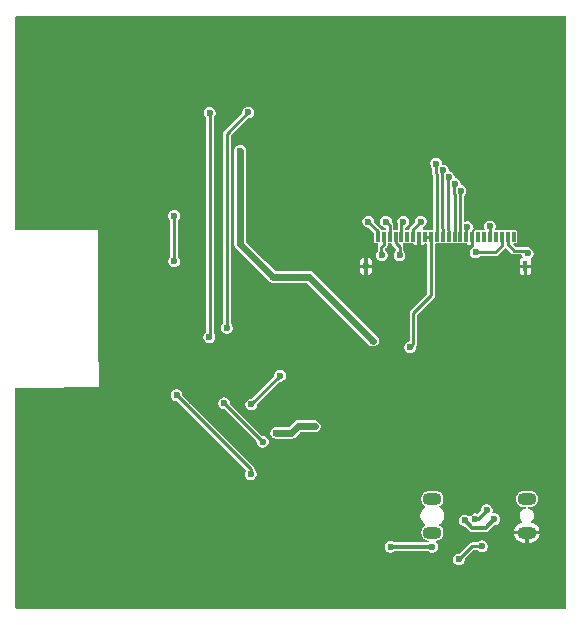
<source format=gbl>
%TF.GenerationSoftware,KiCad,Pcbnew,9.0.6*%
%TF.CreationDate,2025-12-09T15:41:04+01:00*%
%TF.ProjectId,CO2Monitor,434f324d-6f6e-4697-946f-722e6b696361,rev?*%
%TF.SameCoordinates,PX83b1de0PY8351ad0*%
%TF.FileFunction,Copper,L2,Bot*%
%TF.FilePolarity,Positive*%
%FSLAX46Y46*%
G04 Gerber Fmt 4.6, Leading zero omitted, Abs format (unit mm)*
G04 Created by KiCad (PCBNEW 9.0.6) date 2025-12-09 15:41:04*
%MOMM*%
%LPD*%
G01*
G04 APERTURE LIST*
%TA.AperFunction,ComponentPad*%
%ADD10C,5.500000*%
%TD*%
%TA.AperFunction,ComponentPad*%
%ADD11O,1.600000X1.100000*%
%TD*%
%TA.AperFunction,SMDPad,CuDef*%
%ADD12R,0.355600X0.838200*%
%TD*%
%TA.AperFunction,SMDPad,CuDef*%
%ADD13R,0.406400X0.838200*%
%TD*%
%TA.AperFunction,ViaPad*%
%ADD14C,0.600000*%
%TD*%
%TA.AperFunction,Conductor*%
%ADD15C,0.350000*%
%TD*%
%TA.AperFunction,Conductor*%
%ADD16C,0.200000*%
%TD*%
%TA.AperFunction,Conductor*%
%ADD17C,0.600000*%
%TD*%
%TA.AperFunction,Conductor*%
%ADD18C,0.250000*%
%TD*%
G04 APERTURE END LIST*
D10*
%TO.P,H1,1,1*%
%TO.N,GND*%
X4975000Y4975000D03*
%TD*%
%TO.P,H3,1,1*%
%TO.N,GND*%
X42688000Y46185000D03*
%TD*%
%TO.P,H2,1,1*%
%TO.N,GND*%
X4975000Y46185000D03*
%TD*%
D11*
%TO.P,J2,S4*%
%TO.N,N/C*%
X35808001Y9805499D03*
%TO.P,J2,S3*%
X43808001Y9805499D03*
%TO.P,J2,S2*%
X35808001Y6945499D03*
%TO.P,J2,S1,SHIELD*%
%TO.N,GND*%
X43808001Y6945499D03*
%TD*%
D12*
%TO.P,J1,1,1*%
%TO.N,unconnected-(J1-Pad1)*%
X42690502Y31983000D03*
%TO.P,J1,2,2*%
%TO.N,Net-(Q1-G)*%
X42190501Y31983000D03*
%TO.P,J1,3,3*%
%TO.N,Net-(Q1-S)*%
X41690502Y31983000D03*
%TO.P,J1,4,4*%
%TO.N,unconnected-(J1-Pad4)*%
X41190500Y31983000D03*
%TO.P,J1,5,5*%
%TO.N,Net-(C1-Pad2)*%
X40690501Y31983000D03*
%TO.P,J1,6,6*%
%TO.N,unconnected-(J1-Pad6)*%
X40190502Y31983000D03*
%TO.P,J1,7,7*%
%TO.N,unconnected-(J1-Pad7)*%
X39690501Y31983000D03*
%TO.P,J1,8,8*%
%TO.N,GND*%
X39190502Y31983000D03*
%TO.P,J1,9,9*%
%TO.N,Net-(U4-GPIO14)*%
X38690500Y31983000D03*
%TO.P,J1,10,10*%
%TO.N,Net-(U4-GPIO19)*%
X38190501Y31983000D03*
%TO.P,J1,11,11*%
%TO.N,Net-(U4-GPIO20)*%
X37690502Y31983000D03*
%TO.P,J1,12,12*%
%TO.N,Net-(U4-GPIO21)*%
X37190501Y31983000D03*
%TO.P,J1,13,13*%
%TO.N,Net-(U4-GPIO22)*%
X36690501Y31983000D03*
%TO.P,J1,14,14*%
%TO.N,Net-(U4-GPIO23)*%
X36190500Y31983000D03*
%TO.P,J1,15,15*%
%TO.N,Net-(Q2-D)*%
X35690501Y31983000D03*
%TO.P,J1,16,16*%
X35190502Y31983000D03*
%TO.P,J1,17,17*%
%TO.N,GND*%
X34690500Y31983000D03*
%TO.P,J1,18,18*%
%TO.N,Net-(C2-Pad2)*%
X34190501Y31983000D03*
%TO.P,J1,19,19*%
%TO.N,unconnected-(J1-Pad19)*%
X33690500Y31983000D03*
%TO.P,J1,20,20*%
%TO.N,Net-(C3-Pad2)*%
X33190501Y31983000D03*
%TO.P,J1,21,21*%
%TO.N,Net-(D1-K)*%
X32690502Y31983000D03*
%TO.P,J1,22,22*%
%TO.N,Net-(C5-Pad2)*%
X32190500Y31983000D03*
%TO.P,J1,23,23*%
%TO.N,Net-(D2-A)*%
X31690501Y31983000D03*
%TO.P,J1,24,24*%
%TO.N,Net-(C4-Pad2)*%
X31190502Y31983000D03*
D13*
%TO.P,J1,25,SHIELD*%
%TO.N,GND*%
X43690500Y29483000D03*
%TO.P,J1,26,SHIELD*%
X30190502Y29483000D03*
%TD*%
D14*
%TO.N,GND*%
X801000Y10704000D03*
X801000Y40440000D03*
X46863000Y50360000D03*
X46861000Y40441750D03*
X46861000Y30529750D03*
X46861000Y20617750D03*
X46861000Y10705750D03*
X46846000Y808000D03*
X12312750Y802000D03*
X23829000Y800000D03*
X35351000Y800000D03*
X800000Y800000D03*
X35347250Y50360000D03*
X12315750Y50360000D03*
X23831500Y50360000D03*
X800000Y50360000D03*
X39628000Y33108000D03*
X33938000Y18498000D03*
X18598000Y46708000D03*
X13698000Y38798000D03*
X40678000Y35358000D03*
X44988000Y31618000D03*
X39468000Y26448000D03*
X29048000Y34818000D03*
X22548000Y32848000D03*
X19318000Y19948000D03*
X10718000Y16448000D03*
X17598000Y10448000D03*
X23788000Y9818000D03*
X28478000Y8968000D03*
X22718000Y2348000D03*
X35448000Y11388000D03*
X44108000Y11728000D03*
X41088000Y3528000D03*
X42808000Y15878000D03*
X11088000Y27873000D03*
X13063000Y27873000D03*
X15038000Y27873000D03*
X15038000Y25898000D03*
X13063000Y25898000D03*
X11088000Y25898000D03*
X11088000Y23923000D03*
X13063000Y23923000D03*
X15038000Y23923000D03*
%TO.N,VBUS*%
X38558001Y7968000D03*
X41058001Y8078000D03*
%TO.N,+3.3V*%
X19538000Y39288000D03*
%TO.N,Net-(J3-Pin_3)*%
X18418000Y24278000D03*
X20218000Y42508000D03*
%TO.N,Net-(J3-Pin_4)*%
X16958000Y42473000D03*
X16928000Y23498000D03*
%TO.N,/EN*%
X20428000Y11898000D03*
X14148000Y18578000D03*
%TO.N,/GPIO 9*%
X13948000Y33763000D03*
X13948000Y29898000D03*
%TO.N,/GPIO5*%
X21438000Y14628000D03*
X18183000Y17883000D03*
%TO.N,+3.3V*%
X30783000Y23198000D03*
X22278000Y28608000D03*
%TO.N,Net-(U4-GPIO23)*%
X36122338Y38178000D03*
%TO.N,Net-(U4-GPIO22)*%
X36699062Y37603000D03*
%TO.N,Net-(U4-GPIO21)*%
X37189519Y37028000D03*
%TO.N,Net-(U4-GPIO20)*%
X37695284Y36453000D03*
%TO.N,Net-(U4-GPIO19)*%
X38198000Y35878000D03*
%TO.N,Net-(U4-GPIO14)*%
X38765501Y32778121D03*
%TO.N,VBUS*%
X32268000Y5728000D03*
X35798000Y5738000D03*
%TO.N,Net-(Q2-G)*%
X22918000Y20218000D03*
X20488000Y17788000D03*
%TO.N,+3.3V*%
X25843000Y15933000D03*
X22598000Y15378000D03*
%TO.N,Net-(Q2-D)*%
X33933000Y22635500D03*
%TO.N,Net-(D2-A)*%
X31533000Y30410500D03*
%TO.N,Net-(C4-Pad2)*%
X30383000Y33260500D03*
%TO.N,Net-(C5-Pad2)*%
X31883000Y33260500D03*
%TO.N,Net-(C3-Pad2)*%
X33353000Y33260500D03*
%TO.N,Net-(C2-Pad2)*%
X34833000Y33260500D03*
%TO.N,Net-(D1-K)*%
X33033000Y30410500D03*
%TO.N,Net-(C1-Pad2)*%
X40683000Y32860500D03*
%TO.N,Net-(Q1-S)*%
X39483000Y30673000D03*
%TO.N,Net-(Q1-G)*%
X43883000Y30578000D03*
%TO.N,Net-(J2-D+-PadA6)*%
X38058001Y4662999D03*
X40010280Y5775499D03*
%TO.N,Net-(J2-D--PadA7)*%
X39451414Y8068912D03*
X40408001Y8838998D03*
%TO.N,GND*%
X30190502Y29483000D03*
%TD*%
D15*
%TO.N,GND*%
X34690500Y31983000D02*
X34690500Y30740500D01*
D16*
X39261701Y32054199D02*
X39190502Y31983000D01*
X39261701Y32505803D02*
X39261701Y32054199D01*
X39608000Y33088000D02*
X39608000Y32852102D01*
X39628000Y33108000D02*
X39608000Y33088000D01*
X39608000Y32852102D02*
X39261701Y32505803D01*
D15*
%TO.N,VBUS*%
X40318001Y7338000D02*
X39188001Y7338000D01*
X39188001Y7338000D02*
X38558001Y7968000D01*
X41058001Y8078000D02*
X40318001Y7338000D01*
D17*
%TO.N,+3.3V*%
X19538000Y31348000D02*
X22278000Y28608000D01*
X19538000Y39288000D02*
X19538000Y31348000D01*
D18*
%TO.N,Net-(J3-Pin_3)*%
X18418000Y24278000D02*
X18418000Y40708000D01*
X18418000Y40708000D02*
X20218000Y42508000D01*
%TO.N,Net-(J3-Pin_4)*%
X16958000Y23528000D02*
X16958000Y42473000D01*
X16928000Y23498000D02*
X16958000Y23528000D01*
%TO.N,/EN*%
X20428000Y12298000D02*
X20428000Y11898000D01*
X14148000Y18578000D02*
X20428000Y12298000D01*
%TO.N,/GPIO5*%
X18183000Y17883000D02*
X21438000Y14628000D01*
%TO.N,/GPIO 9*%
X13948000Y29898000D02*
X13948000Y33763000D01*
D17*
%TO.N,+3.3V*%
X22278000Y28608000D02*
X25373000Y28608000D01*
X25373000Y28608000D02*
X30783000Y23198000D01*
D18*
%TO.N,Net-(U4-GPIO19)*%
X38190501Y35870501D02*
X38190501Y31983000D01*
X38198000Y35878000D02*
X38190501Y35870501D01*
%TO.N,Net-(U4-GPIO23)*%
X36122338Y37365136D02*
X36122338Y38178000D01*
X36190500Y37296974D02*
X36122338Y37365136D01*
X36190500Y31983000D02*
X36190500Y37296974D01*
%TO.N,Net-(U4-GPIO22)*%
X36613519Y32729082D02*
X36690501Y32652100D01*
X36613519Y37517457D02*
X36613519Y32729082D01*
X36690501Y32652100D02*
X36690501Y31983000D01*
X36699062Y37603000D02*
X36613519Y37517457D01*
%TO.N,Net-(U4-GPIO14)*%
X38690500Y32703120D02*
X38765501Y32778121D01*
X38690500Y31983000D02*
X38690500Y32703120D01*
%TO.N,Net-(Q1-G)*%
X42190501Y31334101D02*
X42190501Y31983000D01*
X42714102Y30810500D02*
X42190501Y31334101D01*
X43883000Y30578000D02*
X43650500Y30810500D01*
X43650500Y30810500D02*
X42714102Y30810500D01*
D15*
%TO.N,VBUS*%
X35798000Y5738000D02*
X32278000Y5738000D01*
X32278000Y5738000D02*
X32268000Y5728000D01*
D18*
%TO.N,Net-(Q2-G)*%
X22918000Y20218000D02*
X20488000Y17788000D01*
D17*
%TO.N,+3.3V*%
X23838000Y15378000D02*
X24393000Y15933000D01*
X24393000Y15933000D02*
X25843000Y15933000D01*
X22598000Y15378000D02*
X23838000Y15378000D01*
D18*
%TO.N,Net-(Q1-S)*%
X41690502Y31220502D02*
X41690502Y31983000D01*
X41143000Y30673000D02*
X41690502Y31220502D01*
X39483000Y30673000D02*
X41143000Y30673000D01*
%TO.N,Net-(Q2-D)*%
X35690501Y27018001D02*
X35690501Y31983000D01*
X34210500Y25538000D02*
X35690501Y27018001D01*
X34210500Y22913000D02*
X34210500Y25538000D01*
X33933000Y22635500D02*
X34210500Y22913000D01*
%TO.N,Net-(D1-K)*%
X32690502Y31452998D02*
X32690502Y31983000D01*
X33033000Y30410500D02*
X33033000Y31110500D01*
X33033000Y31110500D02*
X32690502Y31452998D01*
%TO.N,Net-(D2-A)*%
X31690501Y31313900D02*
X31690501Y31983000D01*
X31490499Y31113898D02*
X31690501Y31313900D01*
X31533000Y30410500D02*
X31490499Y30453001D01*
X31490499Y30453001D02*
X31490499Y31113898D01*
%TO.N,Net-(Q2-D)*%
X35190502Y31983000D02*
X35690501Y31983000D01*
%TO.N,Net-(C4-Pad2)*%
X31190502Y32452998D02*
X30383000Y33260500D01*
X31190502Y31983000D02*
X31190502Y32452998D01*
%TO.N,Net-(C5-Pad2)*%
X32190500Y32953000D02*
X31883000Y33260500D01*
X32190500Y31983000D02*
X32190500Y32953000D01*
%TO.N,Net-(C3-Pad2)*%
X33190501Y33098001D02*
X33353000Y33260500D01*
X33190501Y31983000D02*
X33190501Y33098001D01*
%TO.N,Net-(C2-Pad2)*%
X34190501Y32618001D02*
X34833000Y33260500D01*
X34190501Y31983000D02*
X34190501Y32618001D01*
%TO.N,Net-(C1-Pad2)*%
X40690501Y31983000D02*
X40690501Y32852999D01*
X40690501Y32852999D02*
X40683000Y32860500D01*
%TO.N,Net-(J2-D+-PadA6)*%
X39170501Y5775499D02*
X38058001Y4662999D01*
X40010280Y5775499D02*
X39170501Y5775499D01*
%TO.N,Net-(J2-D--PadA7)*%
X39637915Y8068912D02*
X40408001Y8838998D01*
X39451414Y8068912D02*
X39637915Y8068912D01*
%TO.N,Net-(U4-GPIO20)*%
X37622000Y35639412D02*
X37690502Y35570910D01*
X37690502Y35570910D02*
X37690502Y31983000D01*
X37622000Y36379716D02*
X37622000Y35639412D01*
X37695284Y36453000D02*
X37622000Y36379716D01*
%TO.N,Net-(U4-GPIO21)*%
X37190501Y32494201D02*
X37190501Y31983000D01*
X37119284Y32565418D02*
X37190501Y32494201D01*
X37119284Y36957765D02*
X37119284Y32565418D01*
X37189519Y37028000D02*
X37119284Y36957765D01*
%TD*%
%TA.AperFunction,Conductor*%
%TO.N,GND*%
G36*
X47140826Y50637826D02*
G01*
X47162500Y50585500D01*
X47162500Y574500D01*
X47140826Y522174D01*
X47088500Y500500D01*
X574500Y500500D01*
X522174Y522174D01*
X500500Y574500D01*
X500500Y4728894D01*
X37557501Y4728894D01*
X37557501Y4597105D01*
X37591607Y4469818D01*
X37591608Y4469815D01*
X37591609Y4469813D01*
X37657501Y4355685D01*
X37750687Y4262499D01*
X37864815Y4196607D01*
X37992106Y4162500D01*
X37992107Y4162499D01*
X37992109Y4162499D01*
X38123895Y4162499D01*
X38123895Y4162500D01*
X38251187Y4196607D01*
X38365315Y4262499D01*
X38458501Y4355685D01*
X38524393Y4469813D01*
X38558500Y4597105D01*
X38558501Y4597105D01*
X38558501Y4672521D01*
X38580175Y4724847D01*
X39283653Y5428325D01*
X39335979Y5449999D01*
X39597314Y5449999D01*
X39649640Y5428325D01*
X39702966Y5374999D01*
X39817094Y5309107D01*
X39944385Y5275000D01*
X39944386Y5274999D01*
X39944388Y5274999D01*
X40076174Y5274999D01*
X40076174Y5275000D01*
X40203466Y5309107D01*
X40317594Y5374999D01*
X40410780Y5468185D01*
X40476672Y5582313D01*
X40510779Y5709605D01*
X40510780Y5709605D01*
X40510780Y5841393D01*
X40510779Y5841394D01*
X40476673Y5968681D01*
X40476672Y5968685D01*
X40410780Y6082813D01*
X40317594Y6175999D01*
X40285740Y6194390D01*
X40203470Y6241889D01*
X40203461Y6241893D01*
X40076174Y6275999D01*
X40076172Y6275999D01*
X39944388Y6275999D01*
X39944386Y6275999D01*
X39817098Y6241893D01*
X39817089Y6241889D01*
X39702965Y6175999D01*
X39649640Y6122673D01*
X39597314Y6100999D01*
X39217900Y6100999D01*
X39217884Y6101000D01*
X39213354Y6101000D01*
X39127648Y6101000D01*
X39127647Y6101000D01*
X39093712Y6091907D01*
X39059776Y6082813D01*
X39051164Y6080506D01*
X39044861Y6078817D01*
X38970638Y6035964D01*
X38119848Y5185173D01*
X38067522Y5163499D01*
X37992107Y5163499D01*
X37864819Y5129393D01*
X37864810Y5129389D01*
X37750686Y5063499D01*
X37657501Y4970314D01*
X37591611Y4856190D01*
X37591607Y4856181D01*
X37557501Y4728894D01*
X500500Y4728894D01*
X500500Y5793895D01*
X31767500Y5793895D01*
X31767500Y5662106D01*
X31801606Y5534819D01*
X31801607Y5534816D01*
X31801608Y5534814D01*
X31867500Y5420686D01*
X31960686Y5327500D01*
X32074814Y5261608D01*
X32202105Y5227501D01*
X32202106Y5227500D01*
X32202108Y5227500D01*
X32333894Y5227500D01*
X32333894Y5227501D01*
X32461186Y5261608D01*
X32575314Y5327500D01*
X32588640Y5340826D01*
X32640966Y5362500D01*
X35435034Y5362500D01*
X35487360Y5340826D01*
X35490686Y5337500D01*
X35604814Y5271608D01*
X35732105Y5237501D01*
X35732106Y5237500D01*
X35732108Y5237500D01*
X35863894Y5237500D01*
X35863894Y5237501D01*
X35991186Y5271608D01*
X36105314Y5337500D01*
X36198500Y5430686D01*
X36264392Y5544814D01*
X36298499Y5672106D01*
X36298500Y5672106D01*
X36298500Y5803894D01*
X36298499Y5803895D01*
X36267072Y5921182D01*
X36264392Y5931186D01*
X36198500Y6045314D01*
X36109471Y6134343D01*
X36087797Y6186669D01*
X36109471Y6238995D01*
X36147358Y6259246D01*
X36259412Y6281535D01*
X36385075Y6333586D01*
X36498169Y6409153D01*
X36594347Y6505331D01*
X36669914Y6618425D01*
X36721965Y6744088D01*
X36728218Y6775525D01*
X36739020Y6829826D01*
X36739020Y6829827D01*
X36748501Y6877492D01*
X36748501Y7013506D01*
X36721966Y7146905D01*
X36721965Y7146906D01*
X36721965Y7146910D01*
X36702696Y7193430D01*
X36669916Y7272569D01*
X36669915Y7272571D01*
X36669914Y7272573D01*
X36594347Y7385667D01*
X36498169Y7481845D01*
X36489939Y7487344D01*
X36421374Y7533158D01*
X36389908Y7580251D01*
X36400957Y7635799D01*
X36421373Y7656215D01*
X36503350Y7710989D01*
X36622511Y7830150D01*
X36716134Y7970268D01*
X36742490Y8033895D01*
X38057501Y8033895D01*
X38057501Y7902106D01*
X38091607Y7774819D01*
X38091611Y7774810D01*
X38099239Y7761598D01*
X38157501Y7660686D01*
X38250687Y7567500D01*
X38364815Y7501608D01*
X38492106Y7467501D01*
X38492107Y7467500D01*
X38492109Y7467500D01*
X38496812Y7467500D01*
X38549138Y7445826D01*
X38957439Y7037525D01*
X39043064Y6988089D01*
X39138565Y6962500D01*
X39138566Y6962500D01*
X39138567Y6962500D01*
X40367437Y6962500D01*
X40415187Y6975295D01*
X40462939Y6988090D01*
X40548563Y7037525D01*
X40606538Y7095500D01*
X42721185Y7095500D01*
X42721185Y7095499D01*
X43298193Y7095499D01*
X43278445Y7061295D01*
X43258001Y6984995D01*
X43258001Y6906003D01*
X43278445Y6829703D01*
X43298193Y6795499D01*
X42721185Y6795499D01*
X42740664Y6697569D01*
X42740666Y6697563D01*
X42804741Y6542873D01*
X42897762Y6403656D01*
X43016157Y6285261D01*
X43155374Y6192240D01*
X43310064Y6128165D01*
X43310070Y6128163D01*
X43474285Y6095499D01*
X43658001Y6095499D01*
X43658001Y6645499D01*
X43958001Y6645499D01*
X43958001Y6095499D01*
X44141717Y6095499D01*
X44305931Y6128163D01*
X44305937Y6128165D01*
X44460627Y6192240D01*
X44599844Y6285261D01*
X44599846Y6285262D01*
X44718238Y6403654D01*
X44718239Y6403656D01*
X44811260Y6542873D01*
X44875335Y6697563D01*
X44875337Y6697569D01*
X44894816Y6795499D01*
X44317809Y6795499D01*
X44337557Y6829703D01*
X44358001Y6906003D01*
X44358001Y6984995D01*
X44337557Y7061295D01*
X44317809Y7095499D01*
X44894817Y7095499D01*
X44894816Y7095500D01*
X44875337Y7193430D01*
X44875335Y7193436D01*
X44811260Y7348126D01*
X44718239Y7487343D01*
X44599844Y7605738D01*
X44460627Y7698759D01*
X44305937Y7762834D01*
X44305930Y7762836D01*
X44229617Y7778015D01*
X44182524Y7809481D01*
X44171475Y7865029D01*
X44191725Y7902917D01*
X44292522Y8003713D01*
X44372237Y8141785D01*
X44372803Y8143895D01*
X44406910Y8271186D01*
X44413500Y8295781D01*
X44413501Y8295781D01*
X44413501Y8455217D01*
X44413500Y8455218D01*
X44372238Y8609211D01*
X44363230Y8624813D01*
X44292522Y8747285D01*
X44179787Y8860020D01*
X44074434Y8920845D01*
X44041712Y8939737D01*
X43930555Y8969521D01*
X43885622Y9003999D01*
X43878230Y9060152D01*
X43912708Y9105085D01*
X43949708Y9114999D01*
X44126007Y9114999D01*
X44126009Y9114999D01*
X44259412Y9141535D01*
X44385075Y9193586D01*
X44498169Y9269153D01*
X44594347Y9365331D01*
X44669914Y9478425D01*
X44721965Y9604088D01*
X44748501Y9737491D01*
X44748501Y9873507D01*
X44721965Y10006910D01*
X44669914Y10132573D01*
X44594347Y10245667D01*
X44498169Y10341845D01*
X44385075Y10417412D01*
X44385071Y10417414D01*
X44385069Y10417415D01*
X44385070Y10417415D01*
X44259416Y10469462D01*
X44259406Y10469465D01*
X44170073Y10487234D01*
X44126009Y10495999D01*
X43489993Y10495999D01*
X43452175Y10488477D01*
X43356595Y10469465D01*
X43356585Y10469462D01*
X43230931Y10417415D01*
X43117833Y10341846D01*
X43117832Y10341844D01*
X43021656Y10245668D01*
X43021654Y10245667D01*
X42946085Y10132569D01*
X42894038Y10006915D01*
X42894035Y10006905D01*
X42867501Y9873506D01*
X42867501Y9737493D01*
X42894035Y9604094D01*
X42894038Y9604084D01*
X42946085Y9478430D01*
X42946087Y9478427D01*
X42946088Y9478425D01*
X43021655Y9365331D01*
X43117833Y9269153D01*
X43230927Y9193586D01*
X43230932Y9193584D01*
X43230931Y9193584D01*
X43345055Y9146313D01*
X43356590Y9141535D01*
X43489993Y9114999D01*
X43489995Y9114999D01*
X43666294Y9114999D01*
X43718620Y9093325D01*
X43740294Y9040999D01*
X43718620Y8988673D01*
X43685447Y8969521D01*
X43574289Y8939737D01*
X43436214Y8860020D01*
X43323480Y8747286D01*
X43243763Y8609211D01*
X43202501Y8455218D01*
X43202501Y8295781D01*
X43243763Y8141788D01*
X43323480Y8003713D01*
X43424274Y7902919D01*
X43445948Y7850593D01*
X43424274Y7798267D01*
X43386385Y7778015D01*
X43310070Y7762836D01*
X43310064Y7762834D01*
X43155374Y7698759D01*
X43016157Y7605738D01*
X43016156Y7605736D01*
X42897764Y7487344D01*
X42897762Y7487343D01*
X42804741Y7348126D01*
X42740666Y7193436D01*
X42740664Y7193430D01*
X42721185Y7095500D01*
X40606538Y7095500D01*
X40618476Y7107438D01*
X41066864Y7555826D01*
X41119190Y7577500D01*
X41123895Y7577500D01*
X41123895Y7577501D01*
X41251187Y7611608D01*
X41365315Y7677500D01*
X41458501Y7770686D01*
X41524393Y7884814D01*
X41558500Y8012106D01*
X41558501Y8012106D01*
X41558501Y8143894D01*
X41558500Y8143895D01*
X41524394Y8271182D01*
X41524393Y8271186D01*
X41458501Y8385314D01*
X41365315Y8478500D01*
X41273198Y8531684D01*
X41251191Y8544390D01*
X41251182Y8544394D01*
X41123895Y8578500D01*
X41123893Y8578500D01*
X40992109Y8578500D01*
X40992108Y8578500D01*
X40969658Y8572485D01*
X40913506Y8579879D01*
X40879028Y8624813D01*
X40879028Y8663114D01*
X40908500Y8773104D01*
X40908501Y8773104D01*
X40908501Y8904892D01*
X40908500Y8904893D01*
X40874394Y9032180D01*
X40874393Y9032184D01*
X40808501Y9146312D01*
X40715315Y9239498D01*
X40663951Y9269153D01*
X40601191Y9305388D01*
X40601182Y9305392D01*
X40473895Y9339498D01*
X40473893Y9339498D01*
X40342109Y9339498D01*
X40342107Y9339498D01*
X40214819Y9305392D01*
X40214810Y9305388D01*
X40100686Y9239498D01*
X40007501Y9146313D01*
X39941611Y9032189D01*
X39941607Y9032180D01*
X39907501Y8904893D01*
X39907501Y8829478D01*
X39885827Y8777152D01*
X39674321Y8565647D01*
X39621995Y8543973D01*
X39602844Y8546494D01*
X39517306Y8569412D01*
X39385522Y8569412D01*
X39385520Y8569412D01*
X39258232Y8535306D01*
X39258223Y8535302D01*
X39144099Y8469412D01*
X39050913Y8376226D01*
X39028370Y8337181D01*
X38983436Y8302703D01*
X38927284Y8310097D01*
X38911959Y8321856D01*
X38865315Y8368500D01*
X38751191Y8434390D01*
X38751182Y8434394D01*
X38623895Y8468500D01*
X38623893Y8468500D01*
X38492109Y8468500D01*
X38492107Y8468500D01*
X38364819Y8434394D01*
X38364810Y8434390D01*
X38250686Y8368500D01*
X38157501Y8275315D01*
X38091611Y8161191D01*
X38091607Y8161182D01*
X38057501Y8033895D01*
X36742490Y8033895D01*
X36780624Y8125958D01*
X36813500Y8291238D01*
X36813500Y8309603D01*
X36813501Y8309605D01*
X36813501Y8375498D01*
X36813501Y8441390D01*
X36813499Y8441398D01*
X36813499Y8459757D01*
X36780623Y8625037D01*
X36716134Y8780728D01*
X36622511Y8920847D01*
X36503350Y9040008D01*
X36503341Y9040014D01*
X36421374Y9094783D01*
X36389908Y9141876D01*
X36400957Y9197424D01*
X36421371Y9217839D01*
X36498169Y9269153D01*
X36594347Y9365331D01*
X36669914Y9478425D01*
X36721965Y9604088D01*
X36748501Y9737491D01*
X36748501Y9873507D01*
X36721965Y10006910D01*
X36669914Y10132573D01*
X36594347Y10245667D01*
X36498169Y10341845D01*
X36385075Y10417412D01*
X36385071Y10417414D01*
X36385069Y10417415D01*
X36385070Y10417415D01*
X36259416Y10469462D01*
X36259406Y10469465D01*
X36170073Y10487234D01*
X36126009Y10495999D01*
X35489993Y10495999D01*
X35452175Y10488477D01*
X35356595Y10469465D01*
X35356585Y10469462D01*
X35230931Y10417415D01*
X35117833Y10341846D01*
X35117832Y10341844D01*
X35021656Y10245668D01*
X35021654Y10245667D01*
X34946085Y10132569D01*
X34894038Y10006915D01*
X34894035Y10006905D01*
X34867501Y9873506D01*
X34867501Y9737493D01*
X34894035Y9604094D01*
X34894038Y9604084D01*
X34946085Y9478430D01*
X34946087Y9478427D01*
X34946088Y9478425D01*
X35021655Y9365331D01*
X35117833Y9269153D01*
X35194628Y9217840D01*
X35226093Y9170750D01*
X35215044Y9115201D01*
X35194628Y9094785D01*
X35112657Y9040014D01*
X34993488Y8920845D01*
X34899866Y8780730D01*
X34835377Y8625039D01*
X34835375Y8625032D01*
X34802501Y8459757D01*
X34802501Y8406152D01*
X34802499Y8406146D01*
X34802499Y8291239D01*
X34835375Y8125963D01*
X34835378Y8125953D01*
X34899864Y7970269D01*
X34899865Y7970268D01*
X34899866Y7970266D01*
X34993491Y7830148D01*
X35112650Y7710990D01*
X35112652Y7710988D01*
X35194626Y7656215D01*
X35226092Y7609123D01*
X35215043Y7553574D01*
X35194627Y7533157D01*
X35117830Y7481843D01*
X35021656Y7385668D01*
X35021654Y7385667D01*
X34946085Y7272569D01*
X34894038Y7146915D01*
X34894035Y7146905D01*
X34867501Y7013506D01*
X34867501Y6877493D01*
X34894035Y6744094D01*
X34894038Y6744084D01*
X34946085Y6618430D01*
X34946087Y6618427D01*
X34946088Y6618425D01*
X35021655Y6505331D01*
X35117833Y6409153D01*
X35230927Y6333586D01*
X35230932Y6333584D01*
X35230931Y6333584D01*
X35356585Y6281537D01*
X35356590Y6281535D01*
X35356594Y6281535D01*
X35356595Y6281534D01*
X35451957Y6262565D01*
X35469899Y6250576D01*
X35489835Y6242323D01*
X35492739Y6235315D01*
X35499049Y6231099D01*
X35503258Y6209935D01*
X35511520Y6190002D01*
X35508617Y6182992D01*
X35510098Y6175550D01*
X35489856Y6137672D01*
X35487370Y6135185D01*
X35435049Y6113500D01*
X32619982Y6113500D01*
X32580074Y6127047D01*
X32579514Y6126075D01*
X32557993Y6138500D01*
X32545921Y6145471D01*
X32461190Y6194390D01*
X32461181Y6194394D01*
X32333894Y6228500D01*
X32333892Y6228500D01*
X32202108Y6228500D01*
X32202106Y6228500D01*
X32074818Y6194394D01*
X32074809Y6194390D01*
X31960685Y6128500D01*
X31867500Y6035315D01*
X31801610Y5921191D01*
X31801606Y5921182D01*
X31767500Y5793895D01*
X500500Y5793895D01*
X500500Y18643895D01*
X13647500Y18643895D01*
X13647500Y18512106D01*
X13681606Y18384819D01*
X13681610Y18384810D01*
X13737215Y18288500D01*
X13747500Y18270686D01*
X13840686Y18177500D01*
X13954814Y18111608D01*
X14082105Y18077501D01*
X14082106Y18077500D01*
X14082108Y18077500D01*
X14157521Y18077500D01*
X14209847Y18055826D01*
X19999376Y12266297D01*
X20021050Y12213971D01*
X20011136Y12176971D01*
X19961610Y12091191D01*
X19961606Y12091182D01*
X19927500Y11963895D01*
X19927500Y11832106D01*
X19961606Y11704819D01*
X19961607Y11704816D01*
X19961608Y11704814D01*
X20027500Y11590686D01*
X20120686Y11497500D01*
X20234814Y11431608D01*
X20362105Y11397501D01*
X20362106Y11397500D01*
X20362108Y11397500D01*
X20493894Y11397500D01*
X20493894Y11397501D01*
X20621186Y11431608D01*
X20735314Y11497500D01*
X20828500Y11590686D01*
X20894392Y11704814D01*
X20928499Y11832106D01*
X20928500Y11832106D01*
X20928500Y11963894D01*
X20928499Y11963895D01*
X20894393Y12091182D01*
X20894392Y12091186D01*
X20828500Y12205314D01*
X20775174Y12258640D01*
X20753500Y12310966D01*
X20753500Y12340853D01*
X20731318Y12423638D01*
X20731318Y12423639D01*
X20688467Y12497859D01*
X20688466Y12497860D01*
X20688465Y12497862D01*
X15237432Y17948895D01*
X17682500Y17948895D01*
X17682500Y17817106D01*
X17716606Y17689819D01*
X17716610Y17689810D01*
X17771456Y17594814D01*
X17782500Y17575686D01*
X17875686Y17482500D01*
X17989814Y17416608D01*
X18117105Y17382501D01*
X18117106Y17382500D01*
X18117108Y17382500D01*
X18192521Y17382500D01*
X18244847Y17360826D01*
X20915826Y14689847D01*
X20937500Y14637521D01*
X20937500Y14562106D01*
X20971606Y14434819D01*
X20971607Y14434816D01*
X20971608Y14434814D01*
X21037500Y14320686D01*
X21130686Y14227500D01*
X21244814Y14161608D01*
X21372105Y14127501D01*
X21372106Y14127500D01*
X21372108Y14127500D01*
X21503894Y14127500D01*
X21503894Y14127501D01*
X21631186Y14161608D01*
X21745314Y14227500D01*
X21838500Y14320686D01*
X21904392Y14434814D01*
X21938499Y14562106D01*
X21938500Y14562106D01*
X21938500Y14693894D01*
X21938499Y14693895D01*
X21904393Y14821182D01*
X21904392Y14821186D01*
X21838500Y14935314D01*
X21745314Y15028500D01*
X21672246Y15070686D01*
X21631190Y15094390D01*
X21631181Y15094394D01*
X21503894Y15128500D01*
X21503892Y15128500D01*
X21428479Y15128500D01*
X21376153Y15150174D01*
X21082432Y15443895D01*
X22097500Y15443895D01*
X22097500Y15312106D01*
X22131606Y15184819D01*
X22131607Y15184816D01*
X22131608Y15184814D01*
X22197500Y15070686D01*
X22290686Y14977500D01*
X22404814Y14911608D01*
X22532105Y14877501D01*
X22532106Y14877500D01*
X22532108Y14877500D01*
X23903894Y14877500D01*
X23903894Y14877501D01*
X24031186Y14911608D01*
X24145314Y14977500D01*
X24578640Y15410826D01*
X24630966Y15432500D01*
X25908894Y15432500D01*
X25908894Y15432501D01*
X26036186Y15466608D01*
X26150314Y15532500D01*
X26243500Y15625686D01*
X26309392Y15739814D01*
X26343499Y15867106D01*
X26343500Y15867106D01*
X26343500Y15998894D01*
X26343499Y15998895D01*
X26309393Y16126182D01*
X26309392Y16126186D01*
X26243500Y16240314D01*
X26150314Y16333500D01*
X26036190Y16399390D01*
X26036181Y16399394D01*
X25908894Y16433500D01*
X25908892Y16433500D01*
X24327108Y16433500D01*
X24327106Y16433500D01*
X24199818Y16399394D01*
X24199809Y16399390D01*
X24085685Y16333500D01*
X23652360Y15900174D01*
X23600034Y15878500D01*
X22532106Y15878500D01*
X22404818Y15844394D01*
X22404809Y15844390D01*
X22290685Y15778500D01*
X22197500Y15685315D01*
X22131610Y15571191D01*
X22131606Y15571182D01*
X22097500Y15443895D01*
X21082432Y15443895D01*
X18705174Y17821153D01*
X18691612Y17853895D01*
X19987500Y17853895D01*
X19987500Y17722106D01*
X20021606Y17594819D01*
X20021610Y17594810D01*
X20086452Y17482501D01*
X20087500Y17480686D01*
X20180686Y17387500D01*
X20294814Y17321608D01*
X20422105Y17287501D01*
X20422106Y17287500D01*
X20422108Y17287500D01*
X20553894Y17287500D01*
X20553894Y17287501D01*
X20681186Y17321608D01*
X20795314Y17387500D01*
X20888500Y17480686D01*
X20954392Y17594814D01*
X20988499Y17722106D01*
X20988500Y17722106D01*
X20988500Y17797521D01*
X21010174Y17849847D01*
X22856153Y19695826D01*
X22908479Y19717500D01*
X22983894Y19717500D01*
X22983894Y19717501D01*
X23111186Y19751608D01*
X23225314Y19817500D01*
X23318500Y19910686D01*
X23384392Y20024814D01*
X23418499Y20152106D01*
X23418500Y20152106D01*
X23418500Y20283894D01*
X23418499Y20283895D01*
X23384393Y20411182D01*
X23384392Y20411186D01*
X23318500Y20525314D01*
X23225314Y20618500D01*
X23111190Y20684390D01*
X23111181Y20684394D01*
X22983894Y20718500D01*
X22983892Y20718500D01*
X22852108Y20718500D01*
X22852106Y20718500D01*
X22724818Y20684394D01*
X22724809Y20684390D01*
X22610685Y20618500D01*
X22517500Y20525315D01*
X22451610Y20411191D01*
X22451606Y20411182D01*
X22417500Y20283895D01*
X22417500Y20208479D01*
X22395826Y20156153D01*
X20549847Y18310174D01*
X20497521Y18288500D01*
X20422106Y18288500D01*
X20294818Y18254394D01*
X20294809Y18254390D01*
X20180685Y18188500D01*
X20087500Y18095315D01*
X20021610Y17981191D01*
X20021606Y17981182D01*
X19987500Y17853895D01*
X18691612Y17853895D01*
X18683500Y17873479D01*
X18683500Y17948894D01*
X18683499Y17948895D01*
X18674845Y17981191D01*
X18649392Y18076186D01*
X18583500Y18190314D01*
X18490314Y18283500D01*
X18481654Y18288500D01*
X18376190Y18349390D01*
X18376181Y18349394D01*
X18248894Y18383500D01*
X18248892Y18383500D01*
X18117108Y18383500D01*
X18117106Y18383500D01*
X17989818Y18349394D01*
X17989809Y18349390D01*
X17875685Y18283500D01*
X17782500Y18190315D01*
X17716610Y18076191D01*
X17716606Y18076182D01*
X17682500Y17948895D01*
X15237432Y17948895D01*
X14670174Y18516153D01*
X14648500Y18568479D01*
X14648500Y18643894D01*
X14648499Y18643895D01*
X14614393Y18771182D01*
X14614392Y18771186D01*
X14548500Y18885314D01*
X14455314Y18978500D01*
X14341190Y19044390D01*
X14341181Y19044394D01*
X14213894Y19078500D01*
X14213892Y19078500D01*
X14082108Y19078500D01*
X14082106Y19078500D01*
X13954818Y19044394D01*
X13954809Y19044390D01*
X13840685Y18978500D01*
X13747500Y18885315D01*
X13681610Y18771191D01*
X13681606Y18771182D01*
X13647500Y18643895D01*
X500500Y18643895D01*
X500500Y19141029D01*
X522174Y19193355D01*
X574243Y19215029D01*
X949799Y19216322D01*
X1618089Y19218621D01*
X7542000Y19239000D01*
X7537127Y23563895D01*
X16427500Y23563895D01*
X16427500Y23432106D01*
X16461606Y23304819D01*
X16461607Y23304816D01*
X16461608Y23304814D01*
X16527500Y23190686D01*
X16620686Y23097500D01*
X16734814Y23031608D01*
X16862105Y22997501D01*
X16862106Y22997500D01*
X16862108Y22997500D01*
X16993894Y22997500D01*
X16993894Y22997501D01*
X17121186Y23031608D01*
X17235314Y23097500D01*
X17328500Y23190686D01*
X17394392Y23304814D01*
X17428499Y23432106D01*
X17428500Y23432106D01*
X17428500Y23563894D01*
X17428499Y23563895D01*
X17394393Y23691182D01*
X17394392Y23691186D01*
X17328500Y23805314D01*
X17305174Y23828640D01*
X17283500Y23880966D01*
X17283500Y24343895D01*
X17917500Y24343895D01*
X17917500Y24212106D01*
X17951606Y24084819D01*
X17951607Y24084816D01*
X17951608Y24084814D01*
X18017500Y23970686D01*
X18110686Y23877500D01*
X18224814Y23811608D01*
X18352105Y23777501D01*
X18352106Y23777500D01*
X18352108Y23777500D01*
X18483894Y23777500D01*
X18483894Y23777501D01*
X18611186Y23811608D01*
X18725314Y23877500D01*
X18818500Y23970686D01*
X18884392Y24084814D01*
X18918499Y24212106D01*
X18918500Y24212106D01*
X18918500Y24343894D01*
X18918499Y24343895D01*
X18884393Y24471182D01*
X18884392Y24471186D01*
X18818500Y24585314D01*
X18765174Y24638640D01*
X18743500Y24690966D01*
X18743500Y39353895D01*
X19037500Y39353895D01*
X19037500Y31282106D01*
X19071606Y31154819D01*
X19071610Y31154810D01*
X19095278Y31113816D01*
X19137500Y31040686D01*
X21970686Y28207500D01*
X22084814Y28141608D01*
X22084815Y28141608D01*
X22084817Y28141607D01*
X22148460Y28124554D01*
X22212104Y28107501D01*
X22212105Y28107500D01*
X22212107Y28107500D01*
X22212108Y28107500D01*
X22343892Y28107500D01*
X25135034Y28107500D01*
X25187360Y28085826D01*
X30382500Y22890686D01*
X30475686Y22797500D01*
X30538665Y22761139D01*
X30589814Y22731608D01*
X30589815Y22731608D01*
X30589817Y22731607D01*
X30653460Y22714554D01*
X30717104Y22697501D01*
X30717105Y22697500D01*
X30717107Y22697500D01*
X30848894Y22697500D01*
X30848894Y22697501D01*
X30976186Y22731608D01*
X31090314Y22797500D01*
X31183500Y22890686D01*
X31249392Y23004814D01*
X31283499Y23132106D01*
X31283500Y23132106D01*
X31283500Y23263894D01*
X31278120Y23283969D01*
X31266285Y23328138D01*
X31249392Y23391186D01*
X31242940Y23402361D01*
X31183500Y23505314D01*
X31090314Y23598500D01*
X25680314Y29008500D01*
X25661941Y29019108D01*
X29687303Y29019108D01*
X29690210Y28994032D01*
X29690212Y28994026D01*
X29735515Y28891422D01*
X29814823Y28812114D01*
X29917426Y28766811D01*
X29917425Y28766811D01*
X29942512Y28763901D01*
X30040502Y28763901D01*
X30340502Y28763901D01*
X30438494Y28763901D01*
X30463570Y28766809D01*
X30463576Y28766811D01*
X30566180Y28812114D01*
X30645488Y28891422D01*
X30690791Y28994025D01*
X30693702Y29019111D01*
X30693702Y29333000D01*
X30340502Y29333000D01*
X30340502Y28763901D01*
X30040502Y28763901D01*
X30040502Y29333000D01*
X29687303Y29333000D01*
X29687303Y29019108D01*
X25661941Y29019108D01*
X25566190Y29074390D01*
X25566181Y29074394D01*
X25438894Y29108500D01*
X25438892Y29108500D01*
X22515966Y29108500D01*
X22463640Y29130174D01*
X21646924Y29946890D01*
X29687302Y29946890D01*
X29687302Y29633000D01*
X30040502Y29633000D01*
X30340502Y29633000D01*
X30693701Y29633000D01*
X30693701Y29946893D01*
X30690793Y29971969D01*
X30690791Y29971975D01*
X30645488Y30074579D01*
X30566180Y30153887D01*
X30463577Y30199190D01*
X30463578Y30199190D01*
X30438491Y30202100D01*
X30340502Y30202100D01*
X30340502Y29633000D01*
X30040502Y29633000D01*
X30040502Y30202100D01*
X29942509Y30202100D01*
X29917433Y30199192D01*
X29917427Y30199190D01*
X29814823Y30153887D01*
X29735515Y30074579D01*
X29690212Y29971976D01*
X29687302Y29946890D01*
X21646924Y29946890D01*
X20060174Y31533640D01*
X20038500Y31585966D01*
X20038500Y33326395D01*
X29882500Y33326395D01*
X29882500Y33194606D01*
X29916606Y33067319D01*
X29916607Y33067316D01*
X29916608Y33067314D01*
X29982500Y32953186D01*
X30075686Y32860000D01*
X30189814Y32794108D01*
X30317105Y32760001D01*
X30317106Y32760000D01*
X30317108Y32760000D01*
X30392521Y32760000D01*
X30444847Y32738326D01*
X30843328Y32339845D01*
X30865002Y32287519D01*
X30865002Y31940147D01*
X30869681Y31922685D01*
X30872202Y31903533D01*
X30872202Y31550061D01*
X30880353Y31509079D01*
X30911406Y31462606D01*
X30911408Y31462604D01*
X30957879Y31431552D01*
X30957881Y31431551D01*
X30998861Y31423400D01*
X31165163Y31423401D01*
X31217488Y31401727D01*
X31239162Y31349401D01*
X31229248Y31312402D01*
X31187184Y31239546D01*
X31187179Y31239533D01*
X31169486Y31173499D01*
X31164999Y31156754D01*
X31164999Y30780965D01*
X31143325Y30728639D01*
X31132500Y30717815D01*
X31066610Y30603691D01*
X31066606Y30603682D01*
X31032500Y30476395D01*
X31032500Y30344606D01*
X31066606Y30217319D01*
X31066610Y30217310D01*
X31092481Y30172501D01*
X31132500Y30103186D01*
X31225686Y30010000D01*
X31339814Y29944108D01*
X31467105Y29910001D01*
X31467106Y29910000D01*
X31467108Y29910000D01*
X31598894Y29910000D01*
X31598894Y29910001D01*
X31726186Y29944108D01*
X31840314Y30010000D01*
X31933500Y30103186D01*
X31999392Y30217314D01*
X32033499Y30344606D01*
X32033500Y30344606D01*
X32033500Y30476394D01*
X32033499Y30476395D01*
X32031193Y30485000D01*
X31999392Y30603686D01*
X31933500Y30717814D01*
X31840314Y30811000D01*
X31837673Y30813641D01*
X31815999Y30865967D01*
X31815999Y30948420D01*
X31837673Y31000746D01*
X31890361Y31053434D01*
X31890363Y31053435D01*
X31950966Y31114038D01*
X31993819Y31188262D01*
X31999232Y31208463D01*
X32011202Y31253136D01*
X32016002Y31271047D01*
X32016002Y31349401D01*
X32037676Y31401727D01*
X32090002Y31423401D01*
X32304668Y31423401D01*
X32356994Y31401727D01*
X32376145Y31368556D01*
X32379690Y31355329D01*
X32387184Y31327359D01*
X32387186Y31327355D01*
X32430034Y31253140D01*
X32430035Y31253139D01*
X32430037Y31253136D01*
X32685826Y30997347D01*
X32707500Y30945022D01*
X32707500Y30823466D01*
X32685826Y30771140D01*
X32632500Y30717815D01*
X32566610Y30603691D01*
X32566606Y30603682D01*
X32532500Y30476395D01*
X32532500Y30344606D01*
X32566606Y30217319D01*
X32566610Y30217310D01*
X32592481Y30172501D01*
X32632500Y30103186D01*
X32725686Y30010000D01*
X32839814Y29944108D01*
X32967105Y29910001D01*
X32967106Y29910000D01*
X32967108Y29910000D01*
X33098894Y29910000D01*
X33098894Y29910001D01*
X33226186Y29944108D01*
X33340314Y30010000D01*
X33433500Y30103186D01*
X33499392Y30217314D01*
X33533499Y30344606D01*
X33533500Y30344606D01*
X33533500Y30476394D01*
X33533499Y30476395D01*
X33531193Y30485000D01*
X33499392Y30603686D01*
X33433500Y30717814D01*
X33380174Y30771140D01*
X33358500Y30823466D01*
X33358500Y31153355D01*
X33358499Y31153356D01*
X33358109Y31154810D01*
X33336318Y31236138D01*
X33322858Y31259452D01*
X33292288Y31312402D01*
X33290317Y31327373D01*
X33282908Y31340531D01*
X33286767Y31354340D01*
X33284896Y31368554D01*
X33294087Y31380533D01*
X33298153Y31395078D01*
X33309475Y31400587D01*
X33319375Y31413487D01*
X33347504Y31422867D01*
X33351927Y31423401D01*
X33382141Y31423401D01*
X33423122Y31431551D01*
X33423935Y31432095D01*
X33431632Y31433024D01*
X33434806Y31432137D01*
X33454938Y31432136D01*
X33457878Y31431552D01*
X33457879Y31431551D01*
X33498859Y31423400D01*
X33882140Y31423401D01*
X33882143Y31423401D01*
X33926067Y31432137D01*
X33954939Y31432137D01*
X33957877Y31431553D01*
X33957880Y31431551D01*
X33998860Y31423400D01*
X34200001Y31423401D01*
X34252326Y31401727D01*
X34260738Y31391597D01*
X34340221Y31312114D01*
X34442824Y31266811D01*
X34442823Y31266811D01*
X34467910Y31263901D01*
X34540500Y31263901D01*
X34540500Y31909000D01*
X34562174Y31961326D01*
X34614500Y31983000D01*
X34766500Y31983000D01*
X34818826Y31961326D01*
X34840500Y31909000D01*
X34840500Y31263901D01*
X34913092Y31263901D01*
X34938168Y31266809D01*
X34938174Y31266811D01*
X35040778Y31312114D01*
X35124936Y31396271D01*
X35125980Y31395227D01*
X35128673Y31401727D01*
X35148981Y31410139D01*
X35167397Y31422140D01*
X35180993Y31423401D01*
X35291001Y31423401D01*
X35343327Y31401727D01*
X35365001Y31349401D01*
X35365001Y27183480D01*
X35343327Y27131154D01*
X33950032Y25737859D01*
X33907181Y25663639D01*
X33907182Y25663638D01*
X33885000Y25580853D01*
X33885000Y23197577D01*
X33863326Y23145251D01*
X33830153Y23126099D01*
X33739818Y23101894D01*
X33739809Y23101890D01*
X33625685Y23036000D01*
X33532500Y22942815D01*
X33466610Y22828691D01*
X33466606Y22828682D01*
X33432500Y22701395D01*
X33432500Y22569606D01*
X33466606Y22442319D01*
X33466607Y22442316D01*
X33466608Y22442314D01*
X33532500Y22328186D01*
X33625686Y22235000D01*
X33739814Y22169108D01*
X33867105Y22135001D01*
X33867106Y22135000D01*
X33867108Y22135000D01*
X33998894Y22135000D01*
X33998894Y22135001D01*
X34126186Y22169108D01*
X34240314Y22235000D01*
X34333500Y22328186D01*
X34399392Y22442314D01*
X34433499Y22569606D01*
X34433500Y22569606D01*
X34433500Y22645022D01*
X34455173Y22697347D01*
X34470965Y22713138D01*
X34513818Y22787361D01*
X34536000Y22870147D01*
X34536000Y22955853D01*
X34536000Y25372521D01*
X34557674Y25424847D01*
X34870689Y25737862D01*
X35950966Y26818139D01*
X35993818Y26892362D01*
X35993819Y26892363D01*
X36016000Y26975146D01*
X36016001Y26975146D01*
X36016001Y29019108D01*
X43187301Y29019108D01*
X43190208Y28994032D01*
X43190210Y28994026D01*
X43235513Y28891422D01*
X43314821Y28812114D01*
X43417424Y28766811D01*
X43417423Y28766811D01*
X43442510Y28763901D01*
X43540500Y28763901D01*
X43840500Y28763901D01*
X43938492Y28763901D01*
X43963568Y28766809D01*
X43963574Y28766811D01*
X44066178Y28812114D01*
X44145486Y28891422D01*
X44190789Y28994025D01*
X44193700Y29019111D01*
X44193700Y29333000D01*
X43840500Y29333000D01*
X43840500Y28763901D01*
X43540500Y28763901D01*
X43540500Y29333000D01*
X43187301Y29333000D01*
X43187301Y29019108D01*
X36016001Y29019108D01*
X36016001Y31349401D01*
X36037675Y31401727D01*
X36090001Y31423401D01*
X36382143Y31423401D01*
X36426067Y31432137D01*
X36454939Y31432137D01*
X36457877Y31431553D01*
X36457880Y31431551D01*
X36498860Y31423400D01*
X36882141Y31423401D01*
X36882143Y31423401D01*
X36901201Y31427192D01*
X36923122Y31431551D01*
X36923122Y31431552D01*
X36926066Y31432137D01*
X36954939Y31432137D01*
X36957877Y31431553D01*
X36957880Y31431551D01*
X36998860Y31423400D01*
X37382141Y31423401D01*
X37382144Y31423401D01*
X37426068Y31432137D01*
X37454940Y31432137D01*
X37457878Y31431553D01*
X37457881Y31431551D01*
X37498861Y31423400D01*
X37882142Y31423401D01*
X37923123Y31431551D01*
X37923123Y31431552D01*
X37926069Y31432137D01*
X37954939Y31432136D01*
X37957879Y31431552D01*
X37957880Y31431551D01*
X37998860Y31423400D01*
X38382141Y31423401D01*
X38423122Y31431551D01*
X38423122Y31431552D01*
X38426068Y31432137D01*
X38454938Y31432136D01*
X38457878Y31431552D01*
X38457879Y31431551D01*
X38498859Y31423400D01*
X38700003Y31423401D01*
X38752328Y31401727D01*
X38760740Y31391597D01*
X38840223Y31312114D01*
X38942826Y31266811D01*
X38942825Y31266811D01*
X38967912Y31263901D01*
X39040502Y31263901D01*
X39040502Y31909000D01*
X39062176Y31961326D01*
X39114502Y31983000D01*
X39266502Y31983000D01*
X39318828Y31961326D01*
X39340502Y31909000D01*
X39340502Y31259452D01*
X39359030Y31214721D01*
X39337356Y31162395D01*
X39304185Y31143243D01*
X39289815Y31139393D01*
X39289809Y31139390D01*
X39175685Y31073500D01*
X39082500Y30980315D01*
X39016610Y30866191D01*
X39016606Y30866182D01*
X38982500Y30738895D01*
X38982500Y30607106D01*
X39016606Y30479819D01*
X39016610Y30479810D01*
X39071454Y30384818D01*
X39082500Y30365686D01*
X39175686Y30272500D01*
X39289814Y30206608D01*
X39417105Y30172501D01*
X39417106Y30172500D01*
X39417108Y30172500D01*
X39548894Y30172500D01*
X39548894Y30172501D01*
X39676186Y30206608D01*
X39790314Y30272500D01*
X39843640Y30325826D01*
X39895966Y30347500D01*
X41185851Y30347500D01*
X41185853Y30347500D01*
X41268639Y30369682D01*
X41342862Y30412535D01*
X41890361Y30960036D01*
X41890364Y30960037D01*
X41944977Y31014651D01*
X41980129Y31029210D01*
X41997301Y31036323D01*
X41997302Y31036323D01*
X42018976Y31027345D01*
X42049625Y31014650D01*
X42239237Y30825039D01*
X42451048Y30613228D01*
X42451053Y30613222D01*
X42453637Y30610638D01*
X42514240Y30550035D01*
X42569011Y30518413D01*
X42588464Y30507182D01*
X42588466Y30507182D01*
X42588467Y30507181D01*
X42629856Y30496091D01*
X42671246Y30485000D01*
X42671247Y30484999D01*
X42671249Y30484999D01*
X42761485Y30484999D01*
X42761501Y30485000D01*
X43332981Y30485000D01*
X43385307Y30463326D01*
X43404459Y30430153D01*
X43416606Y30384818D01*
X43416608Y30384813D01*
X43461312Y30307385D01*
X43468705Y30251233D01*
X43434226Y30206299D01*
X43421872Y30201154D01*
X43314821Y30153887D01*
X43235513Y30074579D01*
X43190210Y29971976D01*
X43187300Y29946890D01*
X43187300Y29633000D01*
X44193699Y29633000D01*
X44193699Y29946893D01*
X44190791Y29971969D01*
X44190789Y29971975D01*
X44145209Y30075206D01*
X44143901Y30131828D01*
X44175905Y30169182D01*
X44190314Y30177500D01*
X44283500Y30270686D01*
X44349392Y30384814D01*
X44383499Y30512106D01*
X44383500Y30512106D01*
X44383500Y30643894D01*
X44383499Y30643895D01*
X44363692Y30717815D01*
X44349392Y30771186D01*
X44283500Y30885314D01*
X44190314Y30978500D01*
X44187170Y30980315D01*
X44076190Y31044390D01*
X44076181Y31044394D01*
X43948894Y31078500D01*
X43948892Y31078500D01*
X43857140Y31078500D01*
X43820140Y31088414D01*
X43776143Y31113816D01*
X43776141Y31113817D01*
X43776140Y31113818D01*
X43776139Y31113818D01*
X43693353Y31136000D01*
X43693351Y31136000D01*
X42879580Y31136000D01*
X42827254Y31157674D01*
X42687854Y31297075D01*
X42666180Y31349401D01*
X42687854Y31401727D01*
X42740180Y31423401D01*
X42882142Y31423401D01*
X42923123Y31431551D01*
X42969597Y31462605D01*
X43000651Y31509079D01*
X43008802Y31550059D01*
X43008801Y32415940D01*
X43000651Y32456921D01*
X42969597Y32503395D01*
X42969595Y32503397D01*
X42923124Y32534449D01*
X42902633Y32538525D01*
X42882143Y32542600D01*
X42882142Y32542600D01*
X42498861Y32542600D01*
X42454934Y32533863D01*
X42426064Y32533864D01*
X42405861Y32537883D01*
X42382142Y32542600D01*
X42382141Y32542600D01*
X41998861Y32542600D01*
X41954934Y32533863D01*
X41926064Y32533864D01*
X41923123Y32534449D01*
X41882143Y32542600D01*
X41882142Y32542600D01*
X41498861Y32542600D01*
X41454933Y32533863D01*
X41426063Y32533864D01*
X41382141Y32542600D01*
X41205560Y32542600D01*
X41153234Y32564274D01*
X41131560Y32616600D01*
X41141475Y32653601D01*
X41145662Y32660854D01*
X41149392Y32667314D01*
X41183499Y32794606D01*
X41183500Y32794606D01*
X41183500Y32926394D01*
X41183499Y32926395D01*
X41176320Y32953186D01*
X41149392Y33053686D01*
X41083500Y33167814D01*
X40990314Y33261000D01*
X40959794Y33278621D01*
X40876190Y33326890D01*
X40876181Y33326894D01*
X40748894Y33361000D01*
X40748892Y33361000D01*
X40617108Y33361000D01*
X40617106Y33361000D01*
X40489818Y33326894D01*
X40489809Y33326890D01*
X40375685Y33261000D01*
X40282500Y33167815D01*
X40216610Y33053691D01*
X40216606Y33053682D01*
X40182500Y32926395D01*
X40182500Y32794606D01*
X40216606Y32667319D01*
X40216611Y32667308D01*
X40224526Y32653598D01*
X40231917Y32597445D01*
X40197437Y32552513D01*
X40160439Y32542600D01*
X39998861Y32542600D01*
X39954934Y32533863D01*
X39926064Y32533864D01*
X39882142Y32542600D01*
X39681001Y32542600D01*
X39628675Y32564274D01*
X39620260Y32574407D01*
X39540780Y32653887D01*
X39438177Y32699190D01*
X39438178Y32699190D01*
X39413091Y32702100D01*
X39340001Y32702100D01*
X39287675Y32723774D01*
X39266001Y32776100D01*
X39266001Y32844015D01*
X39266000Y32844016D01*
X39249880Y32904176D01*
X39231893Y32971307D01*
X39166001Y33085435D01*
X39072815Y33178621D01*
X39027486Y33204792D01*
X38958691Y33244511D01*
X38958682Y33244515D01*
X38831395Y33278621D01*
X38831393Y33278621D01*
X38699609Y33278621D01*
X38609153Y33254384D01*
X38553001Y33261777D01*
X38518522Y33306711D01*
X38516001Y33325863D01*
X38516001Y35457535D01*
X38537675Y35509861D01*
X38598500Y35570686D01*
X38664392Y35684814D01*
X38698499Y35812106D01*
X38698500Y35812106D01*
X38698500Y35943894D01*
X38698499Y35943895D01*
X38664393Y36071182D01*
X38664392Y36071186D01*
X38598500Y36185314D01*
X38505314Y36278500D01*
X38391190Y36344390D01*
X38391181Y36344394D01*
X38263896Y36378500D01*
X38260125Y36378996D01*
X38211076Y36407314D01*
X38195784Y36452363D01*
X38195784Y36518894D01*
X38195783Y36518895D01*
X38161677Y36646182D01*
X38161676Y36646186D01*
X38095784Y36760314D01*
X38002598Y36853500D01*
X37888474Y36919390D01*
X37888465Y36919394D01*
X37761178Y36953500D01*
X37756369Y36954133D01*
X37756685Y36956538D01*
X37711693Y36975174D01*
X37690019Y37027500D01*
X37690019Y37093894D01*
X37690018Y37093895D01*
X37655912Y37221182D01*
X37655911Y37221186D01*
X37590019Y37335314D01*
X37496833Y37428500D01*
X37382709Y37494390D01*
X37382700Y37494394D01*
X37254409Y37528770D01*
X37209476Y37563249D01*
X37199562Y37600248D01*
X37199562Y37668894D01*
X37199561Y37668895D01*
X37165455Y37796182D01*
X37165454Y37796186D01*
X37099562Y37910314D01*
X37006376Y38003500D01*
X36892252Y38069390D01*
X36892243Y38069394D01*
X36764956Y38103500D01*
X36764954Y38103500D01*
X36696838Y38103500D01*
X36644512Y38125174D01*
X36622838Y38177500D01*
X36622838Y38243894D01*
X36622837Y38243895D01*
X36588731Y38371182D01*
X36588730Y38371186D01*
X36522838Y38485314D01*
X36429652Y38578500D01*
X36315528Y38644390D01*
X36315519Y38644394D01*
X36188232Y38678500D01*
X36188230Y38678500D01*
X36056446Y38678500D01*
X36056444Y38678500D01*
X35929156Y38644394D01*
X35929147Y38644390D01*
X35815023Y38578500D01*
X35721838Y38485315D01*
X35655948Y38371191D01*
X35655944Y38371182D01*
X35621838Y38243895D01*
X35621838Y38112106D01*
X35655944Y37984819D01*
X35655948Y37984810D01*
X35721838Y37870686D01*
X35775164Y37817360D01*
X35796838Y37765034D01*
X35796838Y37407989D01*
X35796838Y37322283D01*
X35819020Y37239497D01*
X35855086Y37177028D01*
X35865000Y37140030D01*
X35865000Y32616600D01*
X35843326Y32564274D01*
X35791000Y32542600D01*
X35498861Y32542600D01*
X35454934Y32533863D01*
X35426064Y32533864D01*
X35382143Y32542600D01*
X35180999Y32542600D01*
X35128673Y32564274D01*
X35120258Y32574407D01*
X35040777Y32653888D01*
X35028092Y32659489D01*
X34988980Y32700453D01*
X34990290Y32757075D01*
X35023338Y32789340D01*
X35021986Y32791683D01*
X35034915Y32799148D01*
X35140314Y32860000D01*
X35233500Y32953186D01*
X35299392Y33067314D01*
X35333499Y33194606D01*
X35333500Y33194606D01*
X35333500Y33326394D01*
X35333499Y33326395D01*
X35333366Y33326890D01*
X35299392Y33453686D01*
X35233500Y33567814D01*
X35140314Y33661000D01*
X35077777Y33697106D01*
X35026190Y33726890D01*
X35026181Y33726894D01*
X34898894Y33761000D01*
X34898892Y33761000D01*
X34767108Y33761000D01*
X34767106Y33761000D01*
X34639818Y33726894D01*
X34639809Y33726890D01*
X34525685Y33661000D01*
X34432500Y33567815D01*
X34366610Y33453691D01*
X34366606Y33453682D01*
X34332500Y33326395D01*
X34332500Y33250979D01*
X34310826Y33198653D01*
X33930033Y32817860D01*
X33887182Y32743640D01*
X33887183Y32743639D01*
X33865001Y32660854D01*
X33865001Y32616600D01*
X33843327Y32564274D01*
X33791001Y32542600D01*
X33590001Y32542600D01*
X33537675Y32564274D01*
X33516001Y32616600D01*
X33516001Y32733958D01*
X33537675Y32786284D01*
X33552993Y32798039D01*
X33660314Y32860000D01*
X33753500Y32953186D01*
X33819392Y33067314D01*
X33853499Y33194606D01*
X33853500Y33194606D01*
X33853500Y33326394D01*
X33853499Y33326395D01*
X33853366Y33326890D01*
X33819392Y33453686D01*
X33753500Y33567814D01*
X33660314Y33661000D01*
X33597777Y33697106D01*
X33546190Y33726890D01*
X33546181Y33726894D01*
X33418894Y33761000D01*
X33418892Y33761000D01*
X33287108Y33761000D01*
X33287106Y33761000D01*
X33159818Y33726894D01*
X33159809Y33726890D01*
X33045685Y33661000D01*
X32952500Y33567815D01*
X32886610Y33453691D01*
X32886606Y33453682D01*
X32852500Y33326395D01*
X32852500Y33194609D01*
X32862480Y33157362D01*
X32865001Y33138210D01*
X32865001Y32616600D01*
X32843327Y32564274D01*
X32791001Y32542600D01*
X32590000Y32542600D01*
X32537674Y32564274D01*
X32516000Y32616600D01*
X32516000Y32904176D01*
X32516001Y32904189D01*
X32516001Y32995855D01*
X32516000Y32995856D01*
X32493819Y33078635D01*
X32493817Y33078640D01*
X32489824Y33085555D01*
X32473711Y33113464D01*
X32450965Y33152862D01*
X32402256Y33201571D01*
X32399683Y33204792D01*
X32392878Y33228339D01*
X32383500Y33250979D01*
X32383500Y33326394D01*
X32383499Y33326395D01*
X32383366Y33326890D01*
X32349392Y33453686D01*
X32283500Y33567814D01*
X32190314Y33661000D01*
X32127777Y33697106D01*
X32076190Y33726890D01*
X32076181Y33726894D01*
X31948894Y33761000D01*
X31948892Y33761000D01*
X31817108Y33761000D01*
X31817106Y33761000D01*
X31689818Y33726894D01*
X31689809Y33726890D01*
X31575685Y33661000D01*
X31482500Y33567815D01*
X31416610Y33453691D01*
X31416606Y33453682D01*
X31382500Y33326395D01*
X31382500Y33194606D01*
X31416606Y33067319D01*
X31416607Y33067316D01*
X31416608Y33067314D01*
X31482500Y32953186D01*
X31575686Y32860000D01*
X31689814Y32794108D01*
X31689818Y32794107D01*
X31810153Y32761863D01*
X31825477Y32750104D01*
X31843326Y32742711D01*
X31847152Y32733473D01*
X31855086Y32727385D01*
X31865000Y32690385D01*
X31865000Y32616600D01*
X31843326Y32564274D01*
X31791000Y32542600D01*
X31557350Y32542600D01*
X31505024Y32564274D01*
X31493264Y32579600D01*
X31469113Y32621430D01*
X31450967Y32652860D01*
X31390364Y32713463D01*
X30905174Y33198653D01*
X30883500Y33250979D01*
X30883500Y33326394D01*
X30883499Y33326395D01*
X30883366Y33326890D01*
X30849392Y33453686D01*
X30783500Y33567814D01*
X30690314Y33661000D01*
X30627777Y33697106D01*
X30576190Y33726890D01*
X30576181Y33726894D01*
X30448894Y33761000D01*
X30448892Y33761000D01*
X30317108Y33761000D01*
X30317106Y33761000D01*
X30189818Y33726894D01*
X30189809Y33726890D01*
X30075685Y33661000D01*
X29982500Y33567815D01*
X29916610Y33453691D01*
X29916606Y33453682D01*
X29882500Y33326395D01*
X20038500Y33326395D01*
X20038500Y39353894D01*
X20038499Y39353895D01*
X20004393Y39481182D01*
X20004392Y39481186D01*
X19938500Y39595314D01*
X19845314Y39688500D01*
X19731190Y39754390D01*
X19731181Y39754394D01*
X19603894Y39788500D01*
X19603892Y39788500D01*
X19472108Y39788500D01*
X19472106Y39788500D01*
X19344818Y39754394D01*
X19344809Y39754390D01*
X19230685Y39688500D01*
X19137500Y39595315D01*
X19071610Y39481191D01*
X19071606Y39481182D01*
X19037500Y39353895D01*
X18743500Y39353895D01*
X18743500Y40542521D01*
X18765174Y40594847D01*
X20156153Y41985826D01*
X20208479Y42007500D01*
X20283894Y42007500D01*
X20283894Y42007501D01*
X20411186Y42041608D01*
X20525314Y42107500D01*
X20618500Y42200686D01*
X20684392Y42314814D01*
X20718499Y42442106D01*
X20718500Y42442106D01*
X20718500Y42573894D01*
X20718499Y42573895D01*
X20684393Y42701182D01*
X20684392Y42701186D01*
X20618500Y42815314D01*
X20525314Y42908500D01*
X20471804Y42939394D01*
X20411190Y42974390D01*
X20411181Y42974394D01*
X20283894Y43008500D01*
X20283892Y43008500D01*
X20152108Y43008500D01*
X20152106Y43008500D01*
X20024818Y42974394D01*
X20024809Y42974390D01*
X19910685Y42908500D01*
X19817500Y42815315D01*
X19751610Y42701191D01*
X19751606Y42701182D01*
X19717500Y42573895D01*
X19717500Y42498479D01*
X19695826Y42446153D01*
X18157532Y40907859D01*
X18114681Y40833639D01*
X18114682Y40833638D01*
X18092500Y40750853D01*
X18092500Y24690966D01*
X18070826Y24638640D01*
X18017500Y24585315D01*
X17951610Y24471191D01*
X17951606Y24471182D01*
X17917500Y24343895D01*
X17283500Y24343895D01*
X17283500Y42060034D01*
X17305174Y42112360D01*
X17358500Y42165686D01*
X17424392Y42279814D01*
X17458499Y42407106D01*
X17458500Y42407106D01*
X17458500Y42538894D01*
X17458499Y42538895D01*
X17424393Y42666182D01*
X17424392Y42666186D01*
X17358500Y42780314D01*
X17265314Y42873500D01*
X17151190Y42939390D01*
X17151181Y42939394D01*
X17023894Y42973500D01*
X17023892Y42973500D01*
X16892108Y42973500D01*
X16892106Y42973500D01*
X16764818Y42939394D01*
X16764809Y42939390D01*
X16650685Y42873500D01*
X16557500Y42780315D01*
X16491610Y42666191D01*
X16491606Y42666182D01*
X16457500Y42538895D01*
X16457500Y42407106D01*
X16491606Y42279819D01*
X16491610Y42279810D01*
X16557500Y42165686D01*
X16610826Y42112360D01*
X16632500Y42060034D01*
X16632500Y23940966D01*
X16610826Y23888640D01*
X16527500Y23805315D01*
X16461610Y23691191D01*
X16461606Y23691182D01*
X16427500Y23563895D01*
X7537127Y23563895D01*
X7527000Y32551000D01*
X7526999Y32551001D01*
X574451Y32555646D01*
X522139Y32577355D01*
X500500Y32629646D01*
X500500Y33828895D01*
X13447500Y33828895D01*
X13447500Y33697106D01*
X13481606Y33569819D01*
X13481610Y33569810D01*
X13547500Y33455686D01*
X13600826Y33402360D01*
X13622500Y33350034D01*
X13622500Y30310966D01*
X13600826Y30258640D01*
X13547500Y30205315D01*
X13481610Y30091191D01*
X13481606Y30091182D01*
X13447500Y29963895D01*
X13447500Y29832106D01*
X13481606Y29704819D01*
X13481607Y29704816D01*
X13481608Y29704814D01*
X13547500Y29590686D01*
X13640686Y29497500D01*
X13754814Y29431608D01*
X13882105Y29397501D01*
X13882106Y29397500D01*
X13882108Y29397500D01*
X14013894Y29397500D01*
X14013894Y29397501D01*
X14141186Y29431608D01*
X14255314Y29497500D01*
X14348500Y29590686D01*
X14414392Y29704814D01*
X14448499Y29832106D01*
X14448500Y29832106D01*
X14448500Y29963894D01*
X14448499Y29963895D01*
X14436145Y30010000D01*
X14414392Y30091186D01*
X14348500Y30205314D01*
X14295174Y30258640D01*
X14273500Y30310966D01*
X14273500Y33350034D01*
X14295174Y33402360D01*
X14348500Y33455686D01*
X14414392Y33569814D01*
X14448499Y33697106D01*
X14448500Y33697106D01*
X14448500Y33828894D01*
X14448499Y33828895D01*
X14414393Y33956182D01*
X14414392Y33956186D01*
X14348500Y34070314D01*
X14255314Y34163500D01*
X14141190Y34229390D01*
X14141181Y34229394D01*
X14013894Y34263500D01*
X14013892Y34263500D01*
X13882108Y34263500D01*
X13882106Y34263500D01*
X13754818Y34229394D01*
X13754809Y34229390D01*
X13640685Y34163500D01*
X13547500Y34070315D01*
X13481610Y33956191D01*
X13481606Y33956182D01*
X13447500Y33828895D01*
X500500Y33828895D01*
X500500Y50585500D01*
X522174Y50637826D01*
X574500Y50659500D01*
X47088500Y50659500D01*
X47140826Y50637826D01*
G37*
%TD.AperFunction*%
%TD*%
M02*

</source>
